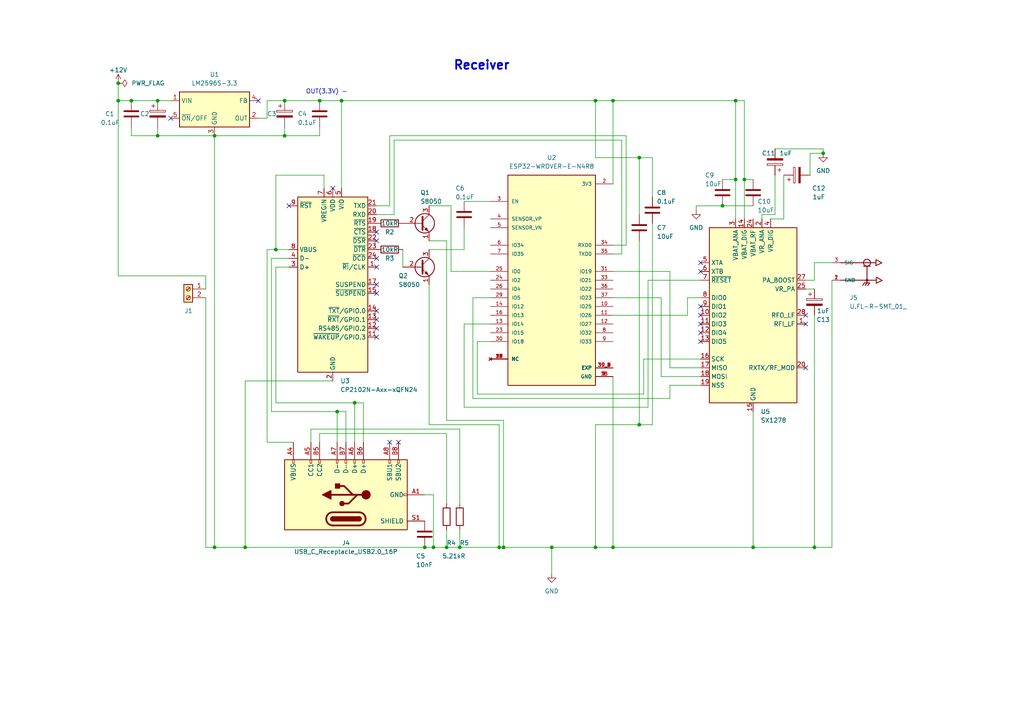
<source format=kicad_sch>
(kicad_sch (version 20231120) (generator "eeschema") (generator_version "8.0")
  (paper "A4")
  (lib_symbols
    (symbol "Connector:Screw_Terminal_01x02" (pin_names (offset 1.016) hide)
      (property "Reference" "J" (at 0 2.54 0))
      (property "Value" "Screw_Terminal_01x02" (at 0 -5.08 0))
      (symbol "Screw_Terminal_01x02_1_1"
        (rectangle (start -1.27 1.27) (end 1.27 -3.81) (stroke (width 0.254)) (fill (type background)))
        (circle (center 0 -2.54) (radius 0.635) (stroke (width 0.1524)))
        (polyline (pts (xy -0.5334 -2.2098) (xy 0.3302 -3.048)) (stroke (width 0.1524)))
        (polyline (pts (xy -0.5334 0.3302) (xy 0.3302 -0.508)) (stroke (width 0.1524)))
        (polyline (pts (xy -0.3556 -2.032) (xy 0.508 -2.8702)) (stroke (width 0.1524)))
        (polyline (pts (xy -0.3556 0.508) (xy 0.508 -0.3302)) (stroke (width 0.1524)))
        (circle (center 0 0) (radius 0.635) (stroke (width 0.1524)))
        (pin passive line (at -5.08 0 0) (length 3.81) (name "Pin_1") (number "1"))
        (pin passive line (at -5.08 -2.54 0) (length 3.81) (name "Pin_2") (number "2"))
      )
    )
    (symbol "Connector:USB_C_Receptacle_USB2.0_16P" (pin_names (offset 1.016))
      (property "Reference" "J" (at 0 22.225 0))
      (property "Value" "USB_C_Receptacle_USB2.0_16P" (at 0 19.685 0))
      (symbol "USB_C_Receptacle_USB2.0_16P_0_0"
        (rectangle (start -0.254 -17.78) (end 0.254 -16.764))
        (rectangle (start 10.16 -14.986) (end 9.144 -15.494))
        (rectangle (start 10.16 -12.446) (end 9.144 -12.954))
        (rectangle (start 10.16 -4.826) (end 9.144 -5.334))
        (rectangle (start 10.16 -2.286) (end 9.144 -2.794))
        (rectangle (start 10.16 0.254) (end 9.144 -0.254))
        (rectangle (start 10.16 2.794) (end 9.144 2.286))
        (rectangle (start 10.16 7.874) (end 9.144 7.366))
        (rectangle (start 10.16 10.414) (end 9.144 9.906))
        (rectangle (start 10.16 15.494) (end 9.144 14.986))
      )
      (symbol "USB_C_Receptacle_USB2.0_16P_0_1"
        (rectangle (start -10.16 17.78) (end 10.16 -17.78) (stroke (width 0.254)) (fill (type background)))
        (arc (start -8.89 -3.81) (mid -6.985 -5.7067) (end -5.08 -3.81) (stroke (width 0.508)))
        (arc (start -7.62 -3.81) (mid -6.985 -4.4423) (end -6.35 -3.81) (stroke (width 0.254)))
        (arc (start -7.62 -3.81) (mid -6.985 -4.4423) (end -6.35 -3.81) (stroke (width 0.254)) (fill (type outline)))
        (rectangle (start -7.62 -3.81) (end -6.35 3.81) (stroke (width 0.254)) (fill (type outline)))
        (arc (start -6.35 3.81) (mid -6.985 4.4423) (end -7.62 3.81) (stroke (width 0.254)))
        (arc (start -6.35 3.81) (mid -6.985 4.4423) (end -7.62 3.81) (stroke (width 0.254)) (fill (type outline)))
        (arc (start -5.08 3.81) (mid -6.985 5.7067) (end -8.89 3.81) (stroke (width 0.508)))
        (circle (center -2.54 1.143) (radius 0.635) (stroke (width 0.254)) (fill (type outline)))
        (circle (center 0 -5.842) (radius 1.27) (fill (type outline)))
        (polyline (pts (xy -8.89 -3.81) (xy -8.89 3.81)) (stroke (width 0.508)))
        (polyline (pts (xy -5.08 3.81) (xy -5.08 -3.81)) (stroke (width 0.508)))
        (polyline (pts (xy 0 -5.842) (xy 0 4.318)) (stroke (width 0.508)))
        (polyline (pts (xy 0 -3.302) (xy -2.54 -0.762) (xy -2.54 0.508)) (stroke (width 0.508)))
        (polyline (pts (xy 0 -2.032) (xy 2.54 0.508) (xy 2.54 1.778)) (stroke (width 0.508)))
        (polyline (pts (xy -1.27 4.318) (xy 0 6.858) (xy 1.27 4.318) (xy -1.27 4.318)) (stroke (width 0.254)) (fill (type outline)))
        (rectangle (start 1.905 1.778) (end 3.175 3.048) (stroke (width 0.254)) (fill (type outline)))
      )
      (symbol "USB_C_Receptacle_USB2.0_16P_1_1"
        (pin passive line (at 0 -22.86 90) (length 5.08) (name "GND") (number "A1"))
        (pin passive line (at 0 -22.86 90) (length 5.08) hide (name "GND") (number "A12"))
        (pin passive line (at 15.24 15.24 180) (length 5.08) (name "VBUS") (number "A4"))
        (pin bidirectional line (at 15.24 10.16 180) (length 5.08) (name "CC1") (number "A5"))
        (pin bidirectional line (at 15.24 -2.54 180) (length 5.08) (name "D+") (number "A6"))
        (pin bidirectional line (at 15.24 2.54 180) (length 5.08) (name "D-") (number "A7"))
        (pin bidirectional line (at 15.24 -12.7 180) (length 5.08) (name "SBU1") (number "A8"))
        (pin passive line (at 15.24 15.24 180) (length 5.08) hide (name "VBUS") (number "A9"))
        (pin passive line (at 0 -22.86 90) (length 5.08) hide (name "GND") (number "B1"))
        (pin passive line (at 0 -22.86 90) (length 5.08) hide (name "GND") (number "B12"))
        (pin passive line (at 15.24 15.24 180) (length 5.08) hide (name "VBUS") (number "B4"))
        (pin bidirectional line (at 15.24 7.62 180) (length 5.08) (name "CC2") (number "B5"))
        (pin bidirectional line (at 15.24 -5.08 180) (length 5.08) (name "D+") (number "B6"))
        (pin bidirectional line (at 15.24 0 180) (length 5.08) (name "D-") (number "B7"))
        (pin bidirectional line (at 15.24 -15.24 180) (length 5.08) (name "SBU2") (number "B8"))
        (pin passive line (at 15.24 15.24 180) (length 5.08) hide (name "VBUS") (number "B9"))
        (pin passive line (at -7.62 -22.86 90) (length 5.08) (name "SHIELD") (number "S1"))
      )
    )
    (symbol "Device:C" (pin_numbers hide) (pin_names (offset 0.254))
      (property "Reference" "C" (at 0.635 2.54 0))
      (property "Value" "C" (at 0.635 -2.54 0))
      (symbol "C_0_1"
        (polyline (pts (xy -2.032 -0.762) (xy 2.032 -0.762)) (stroke (width 0.508)))
        (polyline (pts (xy -2.032 0.762) (xy 2.032 0.762)) (stroke (width 0.508)))
      )
      (symbol "C_1_1"
        (pin passive line (at 0 3.81 270) (length 2.794) (name "~") (number "1"))
        (pin passive line (at 0 -3.81 90) (length 2.794) (name "~") (number "2"))
      )
    )
    (symbol "Device:C_Polarized" (pin_numbers hide) (pin_names (offset 0.254))
      (property "Reference" "C" (at 0.635 2.54 0))
      (property "Value" "C_Polarized" (at 0.635 -2.54 0))
      (symbol "C_Polarized_0_1"
        (rectangle (start -2.286 0.508) (end 2.286 1.016))
        (polyline (pts (xy -1.778 2.286) (xy -0.762 2.286)))
        (polyline (pts (xy -1.27 2.794) (xy -1.27 1.778)))
        (rectangle (start 2.286 -0.508) (end -2.286 -1.016) (fill (type outline)))
      )
      (symbol "C_Polarized_1_1"
        (pin passive line (at 0 3.81 270) (length 2.794) (name "~") (number "1"))
        (pin passive line (at 0 -3.81 90) (length 2.794) (name "~") (number "2"))
      )
    )
    (symbol "Device:R" (pin_numbers hide) (pin_names (offset 0))
      (property "Reference" "R" (at 2.032 0 90))
      (property "Value" "R" (at 0 0 90))
      (symbol "R_0_1"
        (rectangle (start -1.016 -2.54) (end 1.016 2.54) (stroke (width 0.254)))
      )
      (symbol "R_1_1"
        (pin passive line (at 0 3.81 270) (length 1.27) (name "~") (number "1"))
        (pin passive line (at 0 -3.81 90) (length 1.27) (name "~") (number "2"))
      )
    )
    (symbol "ESP32-WROVER-E-N4R8:ESP32-WROVER-E-N4R8" (pin_names (offset 1.016))
      (property "Reference" "U" (at -12.7 30.988 0))
      (property "Value" "ESP32-WROVER-E-N4R8" (at -12.7 -33.02 0))
      (symbol "ESP32-WROVER-E-N4R8_0_0"
        (rectangle (start -12.7 -30.48) (end 12.7 30.48) (stroke (width 0.254)) (fill (type background)))
        (pin power_in line (at 17.78 -27.94 180) (length 5.08) (name "GND") (number "1"))
        (pin bidirectional line (at 17.78 -7.62 180) (length 5.08) (name "IO25") (number "10"))
        (pin bidirectional line (at 17.78 -10.16 180) (length 5.08) (name "IO26") (number "11"))
        (pin bidirectional line (at 17.78 -12.7 180) (length 5.08) (name "IO27") (number "12"))
        (pin bidirectional line (at -17.78 -12.7 0) (length 5.08) (name "IO14") (number "13"))
        (pin bidirectional line (at -17.78 -7.62 0) (length 5.08) (name "IO12") (number "14"))
        (pin power_in line (at 17.78 -27.94 180) (length 5.08) (name "GND") (number "15"))
        (pin bidirectional line (at -17.78 -10.16 0) (length 5.08) (name "IO13") (number "16"))
        (pin no_connect line (at -17.78 -22.86 0) (length 5.08) (name "NC") (number "17"))
        (pin no_connect line (at -17.78 -22.86 0) (length 5.08) (name "NC") (number "18"))
        (pin no_connect line (at -17.78 -22.86 0) (length 5.08) (name "NC") (number "19"))
        (pin power_in line (at 17.78 27.94 180) (length 5.08) (name "3V3") (number "2"))
        (pin no_connect line (at -17.78 -22.86 0) (length 5.08) (name "NC") (number "20"))
        (pin no_connect line (at -17.78 -22.86 0) (length 5.08) (name "NC") (number "21"))
        (pin no_connect line (at -17.78 -22.86 0) (length 5.08) (name "NC") (number "22"))
        (pin bidirectional line (at -17.78 -15.24 0) (length 5.08) (name "IO15") (number "23"))
        (pin bidirectional line (at -17.78 0 0) (length 5.08) (name "IO2") (number "24"))
        (pin bidirectional line (at -17.78 2.54 0) (length 5.08) (name "IO0") (number "25"))
        (pin bidirectional line (at -17.78 -2.54 0) (length 5.08) (name "IO4") (number "26"))
        (pin no_connect line (at -17.78 -22.86 0) (length 5.08) (name "NC") (number "27"))
        (pin no_connect line (at -17.78 -22.86 0) (length 5.08) (name "NC") (number "28"))
        (pin bidirectional line (at -17.78 -5.08 0) (length 5.08) (name "IO5") (number "29"))
        (pin input line (at -17.78 22.86 0) (length 5.08) (name "EN") (number "3"))
        (pin bidirectional line (at -17.78 -17.78 0) (length 5.08) (name "IO18") (number "30"))
        (pin bidirectional line (at 17.78 2.54 180) (length 5.08) (name "IO19") (number "31"))
        (pin no_connect line (at -17.78 -22.86 0) (length 5.08) (name "NC") (number "32"))
        (pin bidirectional line (at 17.78 0 180) (length 5.08) (name "IO21") (number "33"))
        (pin bidirectional line (at 17.78 10.16 180) (length 5.08) (name "RXD0") (number "34"))
        (pin bidirectional line (at 17.78 7.62 180) (length 5.08) (name "TXD0") (number "35"))
        (pin bidirectional line (at 17.78 -2.54 180) (length 5.08) (name "IO22") (number "36"))
        (pin bidirectional line (at 17.78 -5.08 180) (length 5.08) (name "IO23") (number "37"))
        (pin power_in line (at 17.78 -27.94 180) (length 5.08) (name "GND") (number "38"))
        (pin power_in line (at 17.78 -25.4 180) (length 5.08) (name "EXP") (number "39_1"))
        (pin power_in line (at 17.78 -25.4 180) (length 5.08) (name "EXP") (number "39_2"))
        (pin power_in line (at 17.78 -25.4 180) (length 5.08) (name "EXP") (number "39_3"))
        (pin power_in line (at 17.78 -25.4 180) (length 5.08) (name "EXP") (number "39_4"))
        (pin power_in line (at 17.78 -25.4 180) (length 5.08) (name "EXP") (number "39_5"))
        (pin power_in line (at 17.78 -25.4 180) (length 5.08) (name "EXP") (number "39_6"))
        (pin power_in line (at 17.78 -25.4 180) (length 5.08) (name "EXP") (number "39_7"))
        (pin power_in line (at 17.78 -25.4 180) (length 5.08) (name "EXP") (number "39_8"))
        (pin power_in line (at 17.78 -25.4 180) (length 5.08) (name "EXP") (number "39_9"))
        (pin input line (at -17.78 17.78 0) (length 5.08) (name "SENSOR_VP") (number "4"))
        (pin input line (at -17.78 15.24 0) (length 5.08) (name "SENSOR_VN") (number "5"))
        (pin input line (at -17.78 10.16 0) (length 5.08) (name "IO34") (number "6"))
        (pin input line (at -17.78 7.62 0) (length 5.08) (name "IO35") (number "7"))
        (pin bidirectional line (at 17.78 -15.24 180) (length 5.08) (name "IO32") (number "8"))
        (pin bidirectional line (at 17.78 -17.78 180) (length 5.08) (name "IO33") (number "9"))
      )
    )
    (symbol "Interface_USB:CP2102N-Axx-xQFN24"
      (property "Reference" "U" (at -8.89 26.67 0))
      (property "Value" "CP2102N-Axx-xQFN24" (at 13.97 26.67 0))
      (symbol "CP2102N-Axx-xQFN24_0_1"
        (rectangle (start -10.16 25.4) (end 10.16 -25.4) (stroke (width 0.254)) (fill (type background)))
      )
      (symbol "CP2102N-Axx-xQFN24_1_1"
        (pin bidirectional line (at 12.7 5.08 180) (length 2.54) (name "~{RI}/CLK") (number "1"))
        (pin no_connect line (at -10.16 -22.86 0) (length 2.54) hide (name "NC") (number "10"))
        (pin bidirectional line (at 12.7 -15.24 180) (length 2.54) (name "~{WAKEUP}/GPIO.3") (number "11"))
        (pin bidirectional line (at 12.7 -12.7 180) (length 2.54) (name "RS485/GPIO.2") (number "12"))
        (pin bidirectional line (at 12.7 -10.16 180) (length 2.54) (name "~{RXT}/GPIO.1") (number "13"))
        (pin bidirectional line (at 12.7 -7.62 180) (length 2.54) (name "~{TXT}/GPIO.0") (number "14"))
        (pin output line (at 12.7 -2.54 180) (length 2.54) (name "~{SUSPEND}") (number "15"))
        (pin no_connect line (at 10.16 -22.86 180) (length 2.54) hide (name "NC") (number "16"))
        (pin output line (at 12.7 0 180) (length 2.54) (name "SUSPEND") (number "17"))
        (pin input line (at 12.7 15.24 180) (length 2.54) (name "~{CTS}") (number "18"))
        (pin output line (at 12.7 17.78 180) (length 2.54) (name "~{RTS}") (number "19"))
        (pin power_in line (at 0 -27.94 90) (length 2.54) (name "GND") (number "2"))
        (pin input line (at 12.7 20.32 180) (length 2.54) (name "RXD") (number "20"))
        (pin output line (at 12.7 22.86 180) (length 2.54) (name "TXD") (number "21"))
        (pin input line (at 12.7 12.7 180) (length 2.54) (name "~{DSR}") (number "22"))
        (pin output line (at 12.7 10.16 180) (length 2.54) (name "~{DTR}") (number "23"))
        (pin input line (at 12.7 7.62 180) (length 2.54) (name "~{DCD}") (number "24"))
        (pin passive line (at 0 -27.94 90) (length 2.54) hide (name "GND") (number "25"))
        (pin bidirectional line (at -12.7 5.08 0) (length 2.54) (name "D+") (number "3"))
        (pin bidirectional line (at -12.7 7.62 0) (length 2.54) (name "D-") (number "4"))
        (pin power_in line (at 2.54 27.94 270) (length 2.54) (name "VIO") (number "5"))
        (pin power_in line (at 0 27.94 270) (length 2.54) (name "VDD") (number "6"))
        (pin power_in line (at -2.54 27.94 270) (length 2.54) (name "VREGIN") (number "7"))
        (pin input line (at -12.7 10.16 0) (length 2.54) (name "VBUS") (number "8"))
        (pin input line (at -12.7 22.86 0) (length 2.54) (name "~{RST}") (number "9"))
      )
    )
    (symbol "RF:SX1278"
      (property "Reference" "U" (at 13.97 24.13 0))
      (property "Value" "SX1278" (at 13.97 21.59 0))
      (symbol "SX1278_0_1"
        (rectangle (start -12.7 25.4) (end 12.7 -25.4) (stroke (width 0.254)) (fill (type background)))
      )
      (symbol "SX1278_1_1"
        (pin input line (at 15.24 -2.54 180) (length 2.54) (name "RFI_LF") (number "1"))
        (pin bidirectional line (at -15.24 0 0) (length 2.54) (name "DIO2") (number "10"))
        (pin bidirectional line (at -15.24 -2.54 0) (length 2.54) (name "DIO3") (number "11"))
        (pin bidirectional line (at -15.24 -5.08 0) (length 2.54) (name "DIO4") (number "12"))
        (pin bidirectional line (at -15.24 -7.62 0) (length 2.54) (name "DIO5") (number "13"))
        (pin power_in line (at -2.54 27.94 270) (length 2.54) (name "VBAT_DIG") (number "14"))
        (pin power_in line (at 0 -27.94 90) (length 2.54) (name "GND") (number "15"))
        (pin input line (at -15.24 -12.7 0) (length 2.54) (name "SCK") (number "16"))
        (pin output line (at -15.24 -15.24 0) (length 2.54) (name "MISO") (number "17"))
        (pin input line (at -15.24 -17.78 0) (length 2.54) (name "MOSI") (number "18"))
        (pin input line (at -15.24 -20.32 0) (length 2.54) (name "NSS") (number "19"))
        (pin power_in line (at 2.54 27.94 270) (length 2.54) (name "VR_ANA") (number "2"))
        (pin output line (at 15.24 -15.24 180) (length 2.54) (name "RXTX/RF_MOD") (number "20"))
        (pin passive line (at 0 -27.94 90) (length 2.54) hide (name "GND") (number "21"))
        (pin passive line (at 0 -27.94 90) (length 2.54) hide (name "GND") (number "22"))
        (pin passive line (at 0 -27.94 90) (length 2.54) hide (name "GND") (number "23"))
        (pin power_in line (at 0 27.94 270) (length 2.54) (name "VBAT_RF") (number "24"))
        (pin power_out line (at 15.24 7.62 180) (length 2.54) (name "VR_PA") (number "25"))
        (pin passive line (at 0 -27.94 90) (length 2.54) hide (name "GND") (number "26"))
        (pin power_out line (at 15.24 10.16 180) (length 2.54) (name "PA_BOOST") (number "27"))
        (pin output line (at 15.24 0 180) (length 2.54) (name "RFO_LF") (number "28"))
        (pin passive line (at 0 -27.94 90) (length 2.54) hide (name "GND") (number "29"))
        (pin power_in line (at -5.08 27.94 270) (length 2.54) (name "VBAT_ANA") (number "3"))
        (pin power_in line (at 5.08 27.94 270) (length 2.54) (name "VR_DIG") (number "4"))
        (pin bidirectional line (at -15.24 15.24 0) (length 2.54) (name "XTA") (number "5"))
        (pin bidirectional line (at -15.24 12.7 0) (length 2.54) (name "XTB") (number "6"))
        (pin input line (at -15.24 10.16 0) (length 2.54) (name "~{RESET}") (number "7"))
        (pin bidirectional line (at -15.24 5.08 0) (length 2.54) (name "DIO0") (number "8"))
        (pin bidirectional line (at -15.24 2.54 0) (length 2.54) (name "DIO1") (number "9"))
      )
    )
    (symbol "Regulator_Switching:LM2596S-3.3"
      (property "Reference" "U" (at -10.16 6.35 0))
      (property "Value" "LM2596S-3.3" (at 0 6.35 0))
      (symbol "LM2596S-3.3_0_1"
        (rectangle (start -10.16 5.08) (end 10.16 -5.08) (stroke (width 0.254)) (fill (type background)))
      )
      (symbol "LM2596S-3.3_1_1"
        (pin power_in line (at -12.7 2.54 0) (length 2.54) (name "VIN") (number "1"))
        (pin output line (at 12.7 -2.54 180) (length 2.54) (name "OUT") (number "2"))
        (pin power_in line (at 0 -7.62 90) (length 2.54) (name "GND") (number "3"))
        (pin input line (at 12.7 2.54 180) (length 2.54) (name "FB") (number "4"))
        (pin input line (at -12.7 -2.54 0) (length 2.54) (name "~{ON}/OFF") (number "5"))
      )
    )
    (symbol "Transistor_BJT:S8050" (pin_names (offset 0) hide)
      (property "Reference" "Q" (at 5.08 1.905 0))
      (property "Value" "S8050" (at 5.08 0 0))
      (symbol "S8050_0_1"
        (polyline (pts (xy 0 0) (xy 0.635 0)))
        (polyline (pts (xy 0.635 0.635) (xy 2.54 2.54)))
        (polyline (pts (xy 0.635 -0.635) (xy 2.54 -2.54) (xy 2.54 -2.54)))
        (polyline (pts (xy 0.635 1.905) (xy 0.635 -1.905) (xy 0.635 -1.905)) (stroke (width 0.508)))
        (polyline (pts (xy 1.27 -1.778) (xy 1.778 -1.27) (xy 2.286 -2.286) (xy 1.27 -1.778) (xy 1.27 -1.778)) (fill (type outline)))
        (circle (center 1.27 0) (radius 2.8194) (stroke (width 0.254)))
      )
      (symbol "S8050_1_1"
        (pin passive line (at 2.54 -5.08 90) (length 2.54) (name "E") (number "1"))
        (pin input line (at -5.08 0 0) (length 5.08) (name "B") (number "2"))
        (pin passive line (at 2.54 5.08 270) (length 2.54) (name "C") (number "3"))
      )
    )
    (symbol "U.FL-R-SMT_01_:U.FL-R-SMT_01_" (pin_names (offset 1.016))
      (property "Reference" "J" (at -3.8186 4.0731 0))
      (property "Value" "U.FL-R-SMT_01_" (at -4.3278 -5.6007 0))
      (symbol "U.FL-R-SMT_01__0_0"
        (circle (center 0 -2.54) (radius 0.254) (stroke (width 0.254)))
        (polyline (pts (xy -7.62 -2.54) (xy 0 -2.54)) (stroke (width 0.254)))
        (polyline (pts (xy -7.62 2.54) (xy 2.54 2.54)) (stroke (width 0.254)))
        (polyline (pts (xy -1.016 1.524) (xy 0 1.524)) (stroke (width 0.254)))
        (polyline (pts (xy -0.762 -3.302) (xy -1.27 -4.064)) (stroke (width 0.254)))
        (polyline (pts (xy 0 -3.302) (xy -0.762 -3.302)) (stroke (width 0.254)))
        (polyline (pts (xy 0 -3.302) (xy -0.508 -4.064)) (stroke (width 0.254)))
        (polyline (pts (xy 0 -3.302) (xy 0.762 -3.302)) (stroke (width 0.254)))
        (polyline (pts (xy 0 -2.54) (xy 0 -3.302)) (stroke (width 0.254)))
        (polyline (pts (xy 0 1.524) (xy 0 -2.54)) (stroke (width 0.254)))
        (polyline (pts (xy 0 1.524) (xy 1.016 1.524)) (stroke (width 0.254)))
        (polyline (pts (xy 0.762 -3.302) (xy 0.254 -4.064)) (stroke (width 0.254)))
        (polyline (pts (xy 2.54 -2.54) (xy 0 -2.54)) (stroke (width 0.254)))
        (polyline (pts (xy 2.6 1.7) (xy 4.3 2.5)) (stroke (width 0.254)))
        (polyline (pts (xy 2.6 3.4) (xy 2.6 1.7)) (stroke (width 0.254)))
        (polyline (pts (xy 2.7 -3.4) (xy 4.4 -2.6)) (stroke (width 0.254)))
        (polyline (pts (xy 2.7 -1.7) (xy 2.7 -3.4)) (stroke (width 0.254)))
        (polyline (pts (xy 4.3 2.5) (xy 2.7 3.4)) (stroke (width 0.254)))
        (polyline (pts (xy 4.4 -2.6) (xy 2.8 -1.7)) (stroke (width 0.254)))
        (circle (center 0 2.54) (radius 1.016) (stroke (width 0.254)))
        (pin passive line (at -10.16 -2.54 0) (length 2.54) (name "GND") (number "1"))
        (pin passive line (at -10.16 -2.54 0) (length 2.54) (name "GND") (number "2"))
        (pin passive line (at -10.16 2.54 0) (length 2.54) (name "SIG") (number "3"))
      )
    )
    (symbol "power:+12V" (power) (pin_numbers hide) (pin_names (offset 0) hide)
      (property "Value" "+12V" (at 0 3.556 0))
      (symbol "+12V_0_1"
        (polyline (pts (xy -0.762 1.27) (xy 0 2.54)))
        (polyline (pts (xy 0 0) (xy 0 2.54)))
        (polyline (pts (xy 0 2.54) (xy 0.762 1.27)))
      )
      (symbol "+12V_1_1"
        (pin power_in line (at 0 0 90) (length 0) (name "~") (number "1"))
      )
    )
    (symbol "power:GND" (power) (pin_numbers hide) (pin_names (offset 0) hide)
      (property "Value" "GND" (at 0 -3.81 0))
      (symbol "GND_0_1"
        (polyline (pts (xy 0 0) (xy 0 -1.27) (xy 1.27 -1.27) (xy 0 -2.54) (xy -1.27 -1.27) (xy 0 -1.27)))
      )
      (symbol "GND_1_1"
        (pin power_in line (at 0 0 270) (length 0) (name "~") (number "1"))
      )
    )
    (symbol "power:PWR_FLAG" (power) (pin_numbers hide) (pin_names (offset 0) hide)
      (property "Value" "PWR_FLAG" (at 0 3.81 0))
      (symbol "PWR_FLAG_0_0"
        (pin power_out line (at 0 0 90) (length 0) (name "~") (number "1"))
      )
      (symbol "PWR_FLAG_0_1"
        (polyline (pts (xy 0 0) (xy 0 1.27) (xy -1.016 1.905) (xy 0 2.54) (xy 1.016 1.905) (xy 0 1.27)))
      )
    )
  )
  (junction (at 177.8 158.75))
  (junction (at 177.8 29.21))
  (junction (at 45.72 29.21))
  (junction (at 144.78 158.75))
  (junction (at 71.12 158.75))
  (junction (at 133.35 158.75))
  (junction (at 218.44 158.75))
  (junction (at 172.72 29.21))
  (junction (at 99.06 29.21))
  (junction (at 185.42 45.72))
  (junction (at 92.71 29.21))
  (junction (at 125.73 158.75))
  (junction (at 209.55 59.69))
  (junction (at 236.22 158.75))
  (junction (at 97.79 119.38))
  (junction (at 80.01 72.39))
  (junction (at 160.02 158.75))
  (junction (at 45.72 39.37))
  (junction (at 123.19 158.75))
  (junction (at 215.9 52.07))
  (junction (at 82.55 29.21))
  (junction (at 146.05 158.75))
  (junction (at 62.23 39.37))
  (junction (at 213.36 52.07))
  (junction (at 213.36 29.21))
  (junction (at 238.76 44.45))
  (junction (at 129.54 158.75))
  (junction (at 38.1 29.21))
  (junction (at 82.55 39.37))
  (junction (at 62.23 158.75))
  (junction (at 185.42 123.19))
  (junction (at 34.29 24.13))
  (junction (at 172.72 158.75))
  (junction (at 102.87 116.84))
  (junction (at 34.29 29.21))
  (no_connect (at 74.93 29.21))
  (no_connect (at 203.2 76.2))
  (no_connect (at 109.22 69.85))
  (no_connect (at 203.2 99.06))
  (no_connect (at 49.53 34.29))
  (no_connect (at 109.22 85.09))
  (no_connect (at 233.68 93.98))
  (no_connect (at 203.2 91.44))
  (no_connect (at 203.2 78.74))
  (no_connect (at 203.2 88.9))
  (no_connect (at 109.22 77.47))
  (no_connect (at 115.57 128.27))
  (no_connect (at 83.82 59.69))
  (no_connect (at 109.22 97.79))
  (no_connect (at 109.22 67.31))
  (no_connect (at 109.22 82.55))
  (no_connect (at 233.68 106.68))
  (no_connect (at 96.52 54.61))
  (no_connect (at 109.22 74.93))
  (no_connect (at 203.2 93.98))
  (no_connect (at 109.22 90.17))
  (no_connect (at 109.22 92.71))
  (no_connect (at 113.03 128.27))
  (no_connect (at 109.22 95.25))
  (no_connect (at 233.68 91.44))
  (no_connect (at 203.2 96.52))
  (wire (pts (xy 138.43 114.3) (xy 186.69 114.3)))
  (wire (pts (xy 172.72 123.19) (xy 172.72 158.75)))
  (wire (pts (xy 220.98 62.23) (xy 224.79 62.23)))
  (wire (pts (xy 177.8 86.36) (xy 191.77 86.36)))
  (wire (pts (xy 189.23 123.19) (xy 189.23 64.77)))
  (wire (pts (xy 45.72 39.37) (xy 62.23 39.37)))
  (wire (pts (xy 137.16 115.57) (xy 194.31 115.57)))
  (wire (pts (xy 177.8 158.75) (xy 218.44 158.75)))
  (wire (pts (xy 78.74 119.38) (xy 97.79 119.38)))
  (wire (pts (xy 187.96 81.28) (xy 203.2 81.28)))
  (wire (pts (xy 224.79 43.18) (xy 238.76 43.18)))
  (wire (pts (xy 215.9 52.07) (xy 215.9 63.5)))
  (wire (pts (xy 124.46 72.39) (xy 134.62 72.39)))
  (wire (pts (xy 38.1 29.21) (xy 45.72 29.21)))
  (wire (pts (xy 234.95 50.8) (xy 234.95 44.45)))
  (wire (pts (xy 133.35 146.05) (xy 133.35 124.46)))
  (wire (pts (xy 77.47 128.27) (xy 85.09 128.27)))
  (wire (pts (xy 224.79 50.8) (xy 224.79 62.23)))
  (wire (pts (xy 138.43 99.06) (xy 138.43 114.3)))
  (wire (pts (xy 125.73 143.51) (xy 125.73 158.75)))
  (wire (pts (xy 96.52 110.49) (xy 71.12 110.49)))
  (wire (pts (xy 83.82 74.93) (xy 78.74 74.93)))
  (wire (pts (xy 123.19 158.75) (xy 125.73 158.75)))
  (wire (pts (xy 100.33 128.27) (xy 100.33 119.38)))
  (wire (pts (xy 185.42 62.23) (xy 185.42 45.72)))
  (wire (pts (xy 142.24 86.36) (xy 137.16 86.36)))
  (wire (pts (xy 80.01 50.8) (xy 80.01 72.39)))
  (wire (pts (xy 124.46 123.19) (xy 144.78 123.19)))
  (wire (pts (xy 71.12 158.75) (xy 123.19 158.75)))
  (wire (pts (xy 233.68 81.28) (xy 236.22 81.28)))
  (wire (pts (xy 129.54 125.73) (xy 129.54 146.05)))
  (wire (pts (xy 177.8 29.21) (xy 177.8 53.34)))
  (wire (pts (xy 160.02 166.37) (xy 160.02 158.75)))
  (wire (pts (xy 62.23 158.75) (xy 71.12 158.75)))
  (wire (pts (xy 83.82 77.47) (xy 80.01 77.47)))
  (wire (pts (xy 236.22 91.44) (xy 236.22 158.75)))
  (wire (pts (xy 146.05 158.75) (xy 160.02 158.75)))
  (wire (pts (xy 191.77 109.22) (xy 203.2 109.22)))
  (wire (pts (xy 129.54 153.67) (xy 129.54 158.75)))
  (wire (pts (xy 74.93 34.29) (xy 77.47 34.29)))
  (wire (pts (xy 172.72 158.75) (xy 177.8 158.75)))
  (wire (pts (xy 172.72 29.21) (xy 177.8 29.21)))
  (wire (pts (xy 93.98 50.8) (xy 80.01 50.8)))
  (wire (pts (xy 180.34 40.64) (xy 180.34 73.66)))
  (wire (pts (xy 99.06 29.21) (xy 172.72 29.21)))
  (wire (pts (xy 78.74 74.93) (xy 78.74 119.38)))
  (wire (pts (xy 142.24 99.06) (xy 138.43 99.06)))
  (wire (pts (xy 213.36 29.21) (xy 213.36 52.07)))
  (wire (pts (xy 82.55 36.83) (xy 82.55 39.37)))
  (wire (pts (xy 194.31 106.68) (xy 203.2 106.68)))
  (wire (pts (xy 134.62 118.11) (xy 187.96 118.11)))
  (wire (pts (xy 90.17 124.46) (xy 90.17 128.27)))
  (wire (pts (xy 34.29 24.13) (xy 34.29 29.21)))
  (wire (pts (xy 180.34 73.66) (xy 177.8 73.66)))
  (wire (pts (xy 92.71 29.21) (xy 99.06 29.21)))
  (wire (pts (xy 124.46 82.55) (xy 124.46 123.19)))
  (wire (pts (xy 185.42 69.85) (xy 185.42 123.19)))
  (wire (pts (xy 227.33 50.8) (xy 227.33 63.5)))
  (wire (pts (xy 59.69 86.36) (xy 59.69 158.75)))
  (wire (pts (xy 236.22 76.2) (xy 241.3 76.2)))
  (wire (pts (xy 80.01 77.47) (xy 80.01 116.84)))
  (wire (pts (xy 177.8 78.74) (xy 194.31 78.74)))
  (wire (pts (xy 133.35 153.67) (xy 133.35 158.75)))
  (wire (pts (xy 215.9 29.21) (xy 215.9 52.07)))
  (wire (pts (xy 83.82 72.39) (xy 80.01 72.39)))
  (wire (pts (xy 177.8 91.44) (xy 199.39 91.44)))
  (wire (pts (xy 80.01 72.39) (xy 77.47 72.39)))
  (wire (pts (xy 92.71 36.83) (xy 92.71 39.37)))
  (wire (pts (xy 187.96 118.11) (xy 187.96 81.28)))
  (wire (pts (xy 45.72 36.83) (xy 45.72 39.37)))
  (wire (pts (xy 201.93 59.69) (xy 201.93 60.96)))
  (wire (pts (xy 92.71 128.27) (xy 92.71 125.73)))
  (wire (pts (xy 82.55 29.21) (xy 92.71 29.21)))
  (wire (pts (xy 59.69 158.75) (xy 62.23 158.75)))
  (wire (pts (xy 134.62 93.98) (xy 134.62 118.11)))
  (wire (pts (xy 71.12 110.49) (xy 71.12 158.75)))
  (wire (pts (xy 105.41 116.84) (xy 105.41 128.27)))
  (wire (pts (xy 116.84 72.39) (xy 116.84 77.47)))
  (wire (pts (xy 236.22 158.75) (xy 218.44 158.75)))
  (wire (pts (xy 144.78 123.19) (xy 144.78 158.75)))
  (wire (pts (xy 77.47 34.29) (xy 77.47 29.21)))
  (wire (pts (xy 125.73 158.75) (xy 129.54 158.75)))
  (wire (pts (xy 172.72 123.19) (xy 185.42 123.19)))
  (wire (pts (xy 191.77 86.36) (xy 191.77 109.22)))
  (wire (pts (xy 77.47 72.39) (xy 77.47 128.27)))
  (wire (pts (xy 102.87 116.84) (xy 105.41 116.84)))
  (wire (pts (xy 218.44 119.38) (xy 218.44 158.75)))
  (wire (pts (xy 77.47 29.21) (xy 82.55 29.21)))
  (wire (pts (xy 124.46 69.85) (xy 129.54 69.85)))
  (wire (pts (xy 241.3 158.75) (xy 236.22 158.75)))
  (wire (pts (xy 133.35 124.46) (xy 90.17 124.46)))
  (wire (pts (xy 199.39 91.44) (xy 199.39 86.36)))
  (wire (pts (xy 220.98 62.23) (xy 220.98 63.5)))
  (wire (pts (xy 227.33 63.5) (xy 223.52 63.5)))
  (wire (pts (xy 45.72 29.21) (xy 49.53 29.21)))
  (wire (pts (xy 134.62 58.42) (xy 142.24 58.42)))
  (wire (pts (xy 34.29 29.21) (xy 38.1 29.21)))
  (wire (pts (xy 238.76 43.18) (xy 238.76 44.45)))
  (wire (pts (xy 34.29 80.01) (xy 59.69 80.01)))
  (wire (pts (xy 124.46 59.69) (xy 130.81 59.69)))
  (wire (pts (xy 185.42 45.72) (xy 189.23 45.72)))
  (wire (pts (xy 209.55 52.07) (xy 213.36 52.07)))
  (wire (pts (xy 92.71 125.73) (xy 129.54 125.73)))
  (wire (pts (xy 142.24 93.98) (xy 134.62 93.98)))
  (wire (pts (xy 186.69 114.3) (xy 186.69 104.14)))
  (wire (pts (xy 114.3 40.64) (xy 180.34 40.64)))
  (wire (pts (xy 102.87 116.84) (xy 102.87 128.27)))
  (wire (pts (xy 59.69 80.01) (xy 59.69 83.82)))
  (wire (pts (xy 172.72 29.21) (xy 172.72 45.72)))
  (wire (pts (xy 129.54 121.92) (xy 146.05 121.92)))
  (wire (pts (xy 100.33 119.38) (xy 97.79 119.38)))
  (wire (pts (xy 62.23 39.37) (xy 82.55 39.37)))
  (wire (pts (xy 233.68 83.82) (xy 236.22 83.82)))
  (wire (pts (xy 194.31 115.57) (xy 194.31 111.76)))
  (wire (pts (xy 38.1 39.37) (xy 45.72 39.37)))
  (wire (pts (xy 213.36 29.21) (xy 215.9 29.21)))
  (wire (pts (xy 236.22 81.28) (xy 236.22 76.2)))
  (wire (pts (xy 133.35 158.75) (xy 144.78 158.75)))
  (wire (pts (xy 185.42 123.19) (xy 189.23 123.19)))
  (wire (pts (xy 209.55 59.69) (xy 218.44 59.69)))
  (wire (pts (xy 129.54 158.75) (xy 133.35 158.75)))
  (wire (pts (xy 146.05 121.92) (xy 146.05 158.75)))
  (wire (pts (xy 34.29 29.21) (xy 34.29 80.01)))
  (wire (pts (xy 201.93 59.69) (xy 209.55 59.69)))
  (wire (pts (xy 186.69 104.14) (xy 203.2 104.14)))
  (wire (pts (xy 181.61 71.12) (xy 177.8 71.12)))
  (wire (pts (xy 137.16 86.36) (xy 137.16 115.57)))
  (wire (pts (xy 160.02 158.75) (xy 172.72 158.75)))
  (wire (pts (xy 113.03 39.37) (xy 181.61 39.37)))
  (wire (pts (xy 99.06 29.21) (xy 99.06 54.61)))
  (wire (pts (xy 181.61 39.37) (xy 181.61 71.12)))
  (wire (pts (xy 123.19 143.51) (xy 125.73 143.51)))
  (wire (pts (xy 177.8 109.22) (xy 177.8 158.75)))
  (wire (pts (xy 189.23 57.15) (xy 189.23 45.72)))
  (wire (pts (xy 113.03 59.69) (xy 113.03 39.37)))
  (wire (pts (xy 62.23 39.37) (xy 62.23 158.75)))
  (wire (pts (xy 144.78 158.75) (xy 146.05 158.75)))
  (wire (pts (xy 134.62 72.39) (xy 134.62 66.04)))
  (wire (pts (xy 215.9 52.07) (xy 218.44 52.07)))
  (wire (pts (xy 199.39 86.36) (xy 203.2 86.36)))
  (wire (pts (xy 109.22 59.69) (xy 113.03 59.69)))
  (wire (pts (xy 194.31 111.76) (xy 203.2 111.76)))
  (wire (pts (xy 80.01 116.84) (xy 102.87 116.84)))
  (wire (pts (xy 194.31 78.74) (xy 194.31 106.68)))
  (wire (pts (xy 93.98 54.61) (xy 93.98 50.8)))
  (wire (pts (xy 130.81 59.69) (xy 130.81 78.74)))
  (wire (pts (xy 38.1 36.83) (xy 38.1 39.37)))
  (wire (pts (xy 172.72 45.72) (xy 185.42 45.72)))
  (wire (pts (xy 177.8 29.21) (xy 213.36 29.21)))
  (wire (pts (xy 114.3 62.23) (xy 114.3 40.64)))
  (wire (pts (xy 130.81 78.74) (xy 142.24 78.74)))
  (wire (pts (xy 213.36 52.07) (xy 213.36 63.5)))
  (wire (pts (xy 234.95 44.45) (xy 238.76 44.45)))
  (wire (pts (xy 97.79 119.38) (xy 97.79 128.27)))
  (wire (pts (xy 129.54 69.85) (xy 129.54 121.92)))
  (wire (pts (xy 82.55 39.37) (xy 92.71 39.37)))
  (wire (pts (xy 109.22 62.23) (xy 114.3 62.23)))
  (wire (pts (xy 241.3 81.28) (xy 241.3 158.75)))
  (text "Receiver\n" (at 139.7 19.05 0) (effects (font (size 2.54 2.54) (thickness 0.508) (bold yes))))
  (text "OUT(3.3V) - " (at 95.25 26.67 0) (effects (font (size 1.27 1.27))))
  (symbol (lib_id "Device:R") (at 133.35 149.86 0) (unit 1)
    (property "Reference" "R5" (at 133.35 157.48 0) (effects (justify left)))
    (property "Value" "5.21kR" (at 128.27 161.29 0) (effects (justify left)))
    (property "Footprint" "Capacitor_SMD:C_0603_1608Metric_Pad1.08x0.95mm_HandSolder" (effects (hide yes)))
    (property "Description" "Resistor" (effects (hide yes)))
  )
  (symbol (lib_id "power:GND") (at 160.02 166.37 0) (unit 1)
    (property "Reference" "#PWR02" (effects (hide yes)))
    (property "Value" "GND" (at 160.02 171.45 0))
    (property "Description" "Power symbol creates a global label with name \"GND\" , ground" (effects (hide yes)))
  )
  (symbol (lib_id "Interface_USB:CP2102N-Axx-xQFN24") (at 96.52 82.55 0) (unit 1)
    (property "Reference" "U3" (at 98.7141 110.49 0) (effects (justify left)))
    (property "Value" "CP2102N-Axx-xQFN24" (at 98.7141 113.03 0) (effects (justify left)))
    (property "Footprint" "Package_DFN_QFN:QFN-24-1EP_4x4mm_P0.5mm_EP2.6x2.6mm" (effects (hide yes)))
    (property "Datasheet" "https://www.silabs.com/documents/public/data-sheets/cp2102n-datasheet.pdf" (effects (hide yes)))
    (property "Description" "USB to UART master bridge, QFN-24" (effects (hide yes)))
  )
  (symbol (lib_id "RF:SX1278") (at 218.44 91.44 0) (unit 1)
    (property "Reference" "U5" (at 220.6341 119.38 0) (effects (justify left)))
    (property "Value" "SX1278" (at 220.6341 121.92 0) (effects (justify left)))
    (property "Footprint" "Package_DFN_QFN:QFN-28-1EP_6x6mm_P0.65mm_EP4.8x4.8mm" (effects (hide yes)))
    (property "Datasheet" "https://semtech.my.salesforce.com/sfc/p/#E0000000JelG/a/2R0000001Rbr/6EfVZUorrpoKFfvaF_Fkpgp5kzjiNyiAbqcpqh9qSjE" (effects (hide yes)))
    (property "Description" "137 MHz to 525 MHz Low Power Long Range Transceiver, spreading factor from 6 to 12, LoRA, QFN-28" (effects (hide yes)))
  )
  (symbol (lib_id "Device:R") (at 113.03 72.39 90) (unit 1)
    (property "Reference" "R3" (at 113.03 74.93 90))
    (property "Value" "10kR" (at 113.03 72.39 90))
    (property "Footprint" "Capacitor_SMD:C_0603_1608Metric_Pad1.08x0.95mm_HandSolder" (effects (hide yes)))
    (property "Description" "Resistor" (effects (hide yes)))
  )
  (symbol (lib_id "power:GND") (at 201.93 60.96 0) (unit 1)
    (property "Reference" "#PWR03" (effects (hide yes)))
    (property "Value" "GND" (at 201.93 66.04 0))
    (property "Description" "Power symbol creates a global label with name \"GND\" , ground" (effects (hide yes)))
  )
  (symbol (lib_id "Device:C_Polarized") (at 82.55 33.02 0) (unit 1)
    (property "Reference" "C3" (at 77.47 33.02 0) (effects (justify left)))
    (property "Value" "100uF" (effects (hide yes)))
    (property "Footprint" "Capacitor_SMD:CP_Elec_3x5.3" (effects (hide yes)))
    (property "Description" "Polarized capacitor" (effects (hide yes)))
  )
  (symbol (lib_id "Device:C") (at 134.62 62.23 0) (unit 1)
    (property "Reference" "C6" (at 132.08 54.61 0) (effects (justify left)))
    (property "Value" "0.1uF" (at 132.08 57.15 0) (effects (justify left)))
    (property "Footprint" "Capacitor_SMD:C_0603_1608Metric" (effects (hide yes)))
    (property "Description" "Unpolarized capacitor" (effects (hide yes)))
  )
  (symbol (lib_id "U.FL-R-SMT_01_:U.FL-R-SMT_01_") (at 251.46 78.74 0) (unit 1)
    (property "Reference" "J5" (at 246.38 86.36 0) (effects (justify left)))
    (property "Value" "U.FL-R-SMT_01_" (at 246.38 88.9 0) (effects (justify left)))
    (property "Footprint" "UFL CONNECTOR:HRS_U.FL-R-SMT_01_" (effects (hide yes)))
    (property "MF" "Hirose Electric Co Ltd" (effects (hide yes)))
    (property "DESCRIPTION" "U.FL Series 6 Ghz 50 Ohm Ultra-small SMT Coaxial Cable Receptacle" (effects (hide yes)))
    (property "PACKAGE" "None" (effects (hide yes)))
    (property "PRICE" "0.84 USD" (effects (hide yes)))
    (property "Package" "None" (effects (hide yes)))
    (property "Check_prices" "https://www.snapeda.com/parts/U.FL-R-SMT(01)/Hirose+Electric+Co+Ltd/view-part/?ref=eda" (effects (hide yes)))
    (property "Price" "None" (effects (hide yes)))
    (property "SnapEDA_Link" "https://www.snapeda.com/parts/U.FL-R-SMT(01)/Hirose+Electric+Co+Ltd/view-part/?ref=snap" (effects (hide yes)))
    (property "MP" "U.FL-R-SMT(01)" (effects (hide yes)))
    (property "Availability" "In Stock" (effects (hide yes)))
    (property "AVAILABILITY" "Good" (effects (hide yes)))
    (property "Description_1" "\n                        \n                            U.FL (UMCC) Connector Receptacle, Male Pin 50 Ohms Surface Mount Solder\n                        \n" (effects (hide yes)))
  )
  (symbol (lib_id "Device:C_Polarized") (at 45.72 33.02 0) (unit 1)
    (property "Reference" "C2" (at 40.64 33.02 0) (effects (justify left)))
    (property "Value" "100uF" (effects (hide yes)))
    (property "Footprint" "Capacitor_SMD:CP_Elec_3x5.3" (effects (hide yes)))
    (property "Description" "Polarized capacitor" (effects (hide yes)))
  )
  (symbol (lib_id "power:GND") (at 238.76 44.45 0) (unit 1)
    (property "Reference" "#PWR04" (effects (hide yes)))
    (property "Value" "GND" (at 238.76 49.53 0))
    (property "Description" "Power symbol creates a global label with name \"GND\" , ground" (effects (hide yes)))
  )
  (symbol (lib_id "Device:C") (at 218.44 55.88 0) (unit 1)
    (property "Reference" "C10" (at 219.71 58.42 0) (effects (justify left)))
    (property "Value" "10uF" (at 219.71 60.96 0) (effects (justify left)))
    (property "Footprint" "Capacitor_SMD:C_0201_0603Metric_Pad0.64x0.40mm_HandSolder" (effects (hide yes)))
    (property "Description" "Unpolarized capacitor" (effects (hide yes)))
  )
  (symbol (lib_id "Device:C") (at 185.42 66.04 0) (unit 1)
    (property "Reference" "C7" (at 190.5 66.04 0) (effects (justify left)))
    (property "Value" "10uF" (at 190.5 68.58 0) (effects (justify left)))
    (property "Footprint" "Capacitor_SMD:C_0201_0603Metric_Pad0.64x0.40mm_HandSolder" (effects (hide yes)))
    (property "Description" "Unpolarized capacitor" (effects (hide yes)))
  )
  (symbol (lib_id "Device:C_Polarized") (at 224.79 46.99 180) (unit 1)
    (property "Reference" "C11" (at 220.98 44.45 0) (effects (justify right)))
    (property "Value" "1uF" (at 226.06 44.45 0) (effects (justify right)))
    (property "Footprint" "Capacitor_SMD:C_0603_1608Metric_Pad1.08x0.95mm_HandSolder" (effects (hide yes)))
    (property "Description" "Polarized capacitor" (effects (hide yes)))
  )
  (symbol (lib_id "ESP32-WROVER-E-N4R8:ESP32-WROVER-E-N4R8") (at 160.02 81.28 0) (unit 1)
    (property "Reference" "U2" (at 160.02 45.72 0))
    (property "Value" "ESP32-WROVER-E-N4R8" (at 160.02 48.26 0))
    (property "Footprint" "ESP32-WROVER-E-N4R8:XCVR_ESP32-WROVER-E-N4R8" (effects (hide yes)))
    (property "MF" "Espressif Systems" (effects (hide yes)))
    (property "MAXIMUM_PACKAGE_HEIGHT" "3.45 mm" (effects (hide yes)))
    (property "Package" "SMD-38 Espressif Systems" (effects (hide yes)))
    (property "Price" "None" (effects (hide yes)))
    (property "Check_prices" "https://www.snapeda.com/parts/ESP32-WROVER-E-N4R8/Espressif+Systems/view-part/?ref=eda" (effects (hide yes)))
    (property "STANDARD" "Manufacturer Recommendations" (effects (hide yes)))
    (property "PARTREV" "1.6" (effects (hide yes)))
    (property "SnapEDA_Link" "https://www.snapeda.com/parts/ESP32-WROVER-E-N4R8/Espressif+Systems/view-part/?ref=snap" (effects (hide yes)))
    (property "MP" "ESP32-WROVER-E-N4R8" (effects (hide yes)))
    (property "Description_1" "\n                        \n                            Bluetooth, WiFi 802.11b/g/n, Bluetooth v4.2 +EDR Transceiver Module 2.4GHz ~ 2.5GHz PCB Trace Surface Mount\n                        \n" (effects (hide yes)))
    (property "MANUFACTURER" "Espressif Systems" (effects (hide yes)))
    (property "Availability" "In Stock" (effects (hide yes)))
    (property "SNAPEDA_PN" "ESP32-WROVER-E-N4R8" (effects (hide yes)))
  )
  (symbol (lib_id "Device:C") (at 38.1 33.02 0) (unit 1)
    (property "Reference" "C1" (at 30.48 33.02 0) (effects (justify left)))
    (property "Value" "0.1uF" (at 29.21 35.56 0) (effects (justify left)))
    (property "Footprint" "Capacitor_SMD:C_0603_1608Metric" (effects (hide yes)))
    (property "Description" "Unpolarized capacitor" (effects (hide yes)))
  )
  (symbol (lib_id "Connector:Screw_Terminal_01x02") (at 54.61 83.82 0) (mirror y) (unit 1)
    (property "Reference" "J1" (at 55.88 90.17 0) (effects (justify left)))
    (property "Value" "Screw_Terminal_01x02" (effects (hide yes)))
    (property "Footprint" "TerminalBlock_Phoenix:TerminalBlock_Phoenix_MPT-0,5-2-2.54_1x02_P2.54mm_Horizontal" (effects (hide yes)))
    (property "Description" "Generic screw terminal, single row, 01x02, script generated (kicad-library-utils/schlib/autogen/connector/)" (effects (hide yes)))
  )
  (symbol (lib_id "Regulator_Switching:LM2596S-3.3") (at 62.23 31.75 0) (unit 1)
    (property "Reference" "U1" (at 62.23 21.59 0))
    (property "Value" "LM2596S-3.3" (at 62.23 24.13 0))
    (property "Footprint" "Package_TO_SOT_SMD:TO-263-5_TabPin3" (effects (hide yes)))
    (property "Datasheet" "http://www.ti.com/lit/ds/symlink/lm2596.pdf" (effects (hide yes)))
    (property "Description" "3.3V 3A Step-Down Voltage Regulator, TO-263" (effects (hide yes)))
  )
  (symbol (lib_id "Device:C") (at 189.23 60.96 0) (unit 1)
    (property "Reference" "C8" (at 190.5 55.88 0) (effects (justify left)))
    (property "Value" "0.1uF" (at 190.5 58.42 0) (effects (justify left)))
    (property "Footprint" "Capacitor_SMD:C_0603_1608Metric" (effects (hide yes)))
    (property "Description" "Unpolarized capacitor" (effects (hide yes)))
  )
  (symbol (lib_id "Device:C_Polarized") (at 231.14 50.8 90) (unit 1)
    (property "Reference" "C12" (at 237.49 54.61 90))
    (property "Value" "1uF" (at 237.49 57.15 90))
    (property "Footprint" "Capacitor_SMD:C_0805_2012Metric_Pad1.18x1.45mm_HandSolder" (effects (hide yes)))
    (property "Description" "Polarized capacitor" (effects (hide yes)))
  )
  (symbol (lib_id "Connector:USB_C_Receptacle_USB2.0_16P") (at 100.33 143.51 90) (unit 1)
    (property "Reference" "J4" (at 100.33 157.48 90))
    (property "Value" "USB_C_Receptacle_USB2.0_16P" (at 100.33 160.02 90))
    (property "Footprint" "Connector_USB:USB_C_Receptacle_GCT_USB4105-xx-A_16P_TopMnt_Horizontal" (effects (hide yes)))
    (property "Datasheet" "https://www.usb.org/sites/default/files/documents/usb_type-c.zip" (effects (hide yes)))
    (property "Description" "USB 2.0-only 16P Type-C Receptacle connector" (effects (hide yes)))
  )
  (symbol (lib_id "Device:R") (at 113.03 64.77 90) (unit 1)
    (property "Reference" "R2" (at 113.03 67.31 90))
    (property "Value" "10kR" (at 113.03 64.77 90))
    (property "Footprint" "Capacitor_SMD:C_0603_1608Metric_Pad1.08x0.95mm_HandSolder" (effects (hide yes)))
    (property "Description" "Resistor" (effects (hide yes)))
  )
  (symbol (lib_id "Device:C") (at 209.55 55.88 0) (unit 1)
    (property "Reference" "C9" (at 204.47 50.8 0) (effects (justify left)))
    (property "Value" "10uF" (at 204.47 53.34 0) (effects (justify left)))
    (property "Footprint" "Capacitor_SMD:C_0201_0603Metric_Pad0.64x0.40mm_HandSolder" (effects (hide yes)))
    (property "Description" "Unpolarized capacitor" (effects (hide yes)))
  )
  (symbol (lib_id "Device:C") (at 92.71 33.02 0) (unit 1)
    (property "Reference" "C4" (at 86.36 33.02 0) (effects (justify left)))
    (property "Value" "0.1uF" (at 86.36 35.56 0) (effects (justify left)))
    (property "Footprint" "Capacitor_SMD:C_0603_1608Metric" (effects (hide yes)))
    (property "Description" "Unpolarized capacitor" (effects (hide yes)))
  )
  (symbol (lib_id "Device:C") (at 123.19 154.94 0) (unit 1)
    (property "Reference" "C5" (at 120.65 161.29 0) (effects (justify left)))
    (property "Value" "10nF" (at 120.65 163.83 0) (effects (justify left)))
    (property "Footprint" "Capacitor_SMD:C_0603_1608Metric_Pad1.08x0.95mm_HandSolder" (effects (hide yes)))
    (property "Description" "Unpolarized capacitor" (effects (hide yes)))
  )
  (symbol (lib_id "power:+12V") (at 34.29 24.13 0) (unit 1)
    (property "Reference" "#PWR01" (effects (hide yes)))
    (property "Value" "+12V" (at 34.29 20.32 0))
    (property "Description" "Power symbol creates a global label with name \"+12V\"" (effects (hide yes)))
  )
  (symbol (lib_id "power:PWR_FLAG") (at 34.29 24.13 270) (unit 1)
    (property "Reference" "#FLG01" (effects (hide yes)))
    (property "Value" "PWR_FLAG" (at 38.1 24.1299 90) (effects (justify left)))
    (property "Description" "Special symbol for telling ERC where power comes from" (effects (hide yes)))
  )
  (symbol (lib_id "Transistor_BJT:S8050") (at 121.92 77.47 0) (unit 1)
    (property "Reference" "Q2" (at 115.57 80.01 0) (effects (justify left)))
    (property "Value" "S8050" (at 115.57 82.55 0) (effects (justify left)))
    (property "Footprint" "Package_TO_SOT_THT:TO-92_Inline" (effects (hide yes)))
    (property "Datasheet" "http://www.unisonic.com.tw/datasheet/S8050.pdf" (effects (hide yes)))
    (property "Description" "0.7A Ic, 20V Vce, Low Voltage High Current NPN Transistor, TO-92" (effects (hide yes)))
  )
  (symbol (lib_id "Device:C_Polarized") (at 236.22 87.63 0) (unit 1)
    (property "Reference" "C13" (at 238.76 92.71 0))
    (property "Value" "1uF" (at 238.76 90.17 0))
    (property "Footprint" "Capacitor_SMD:C_0805_2012Metric_Pad1.18x1.45mm_HandSolder" (effects (hide yes)))
    (property "Description" "Polarized capacitor" (effects (hide yes)))
  )
  (symbol (lib_id "Device:R") (at 129.54 149.86 0) (unit 1)
    (property "Reference" "R4" (at 129.54 157.48 0) (effects (justify left)))
    (property "Value" "5.21kR" (effects (hide yes)))
    (property "Footprint" "Capacitor_SMD:C_0603_1608Metric_Pad1.08x0.95mm_HandSolder" (effects (hide yes)))
    (property "Description" "Resistor" (effects (hide yes)))
  )
  (symbol (lib_id "Transistor_BJT:S8050") (at 121.92 64.77 0) (unit 1)
    (property "Reference" "Q1" (at 121.92 55.88 0) (effects (justify left)))
    (property "Value" "S8050" (at 121.92 58.42 0) (effects (justify left)))
    (property "Footprint" "Package_TO_SOT_THT:TO-92_Inline" (effects (hide yes)))
    (property "Datasheet" "http://www.unisonic.com.tw/datasheet/S8050.pdf" (effects (hide yes)))
    (property "Description" "0.7A Ic, 20V Vce, Low Voltage High Current NPN Transistor, TO-92" (effects (hide yes)))
  )
)
</source>
